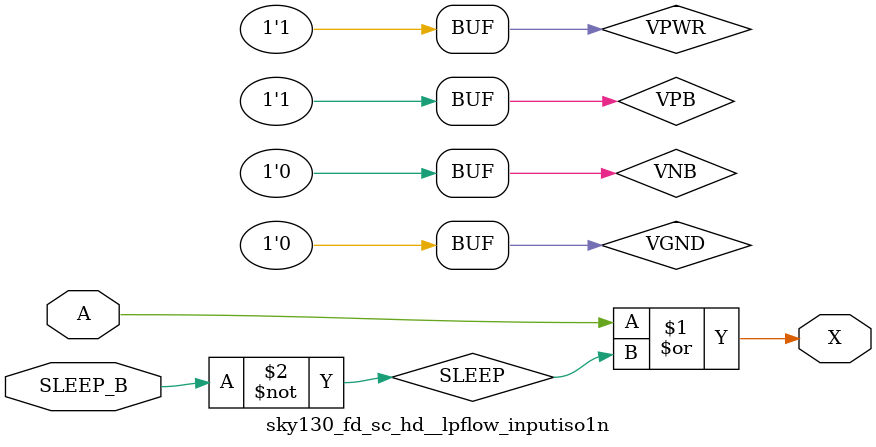
<source format=v>



module sky130_fd_sc_hd__lpflow_inputiso1n (
    X      ,
    A      ,
    SLEEP_B
);

    output X      ;
    input  A      ;
    input  SLEEP_B;

    supply1 VPWR;
    supply0 VGND;
    supply1 VPB ;
    supply0 VNB ;

    wire SLEEP;

    not not0 (SLEEP , SLEEP_B        );
    or  or0  (X     , A, SLEEP       );

endmodule

</source>
